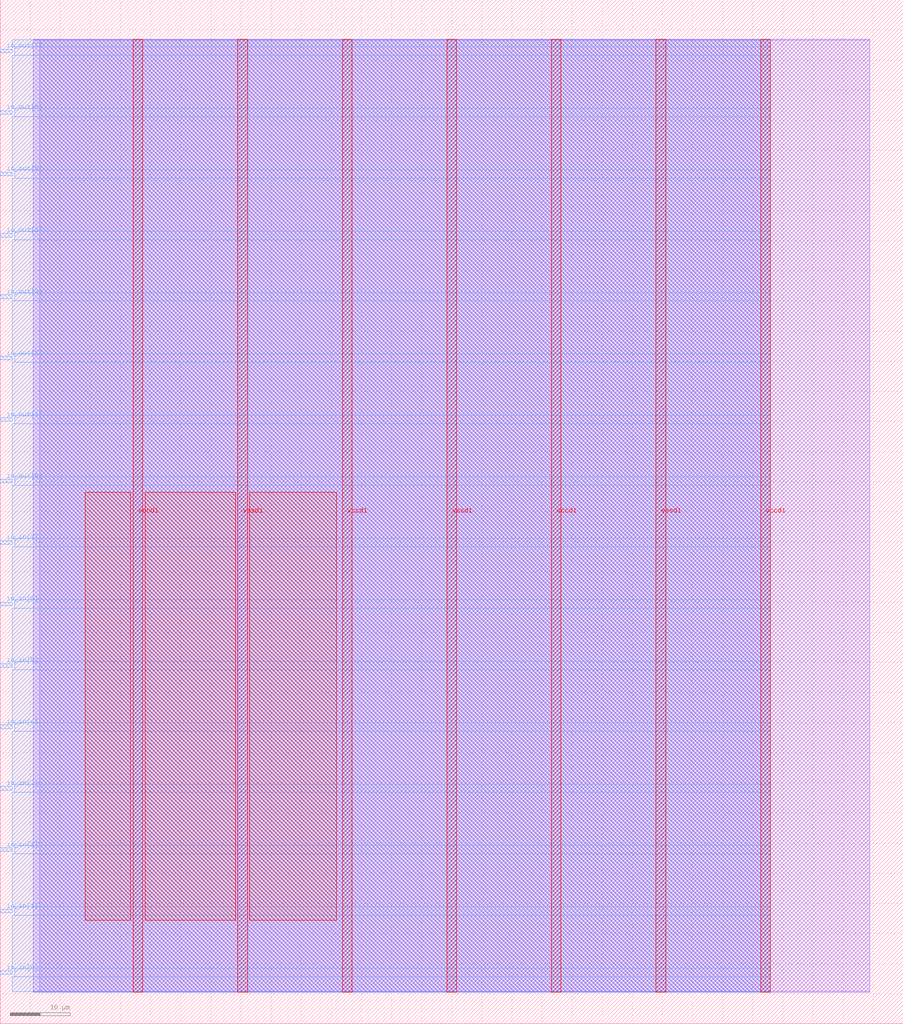
<source format=lef>
VERSION 5.7 ;
  NOWIREEXTENSIONATPIN ON ;
  DIVIDERCHAR "/" ;
  BUSBITCHARS "[]" ;
MACRO user_module_349934460979905106
  CLASS BLOCK ;
  FOREIGN user_module_349934460979905106 ;
  ORIGIN 0.000 0.000 ;
  SIZE 150.000 BY 170.000 ;
  PIN io_in[0]
    DIRECTION INPUT ;
    USE SIGNAL ;
    PORT
      LAYER met3 ;
        RECT 0.000 8.200 2.000 8.800 ;
    END
  END io_in[0]
  PIN io_in[1]
    DIRECTION INPUT ;
    USE SIGNAL ;
    PORT
      LAYER met3 ;
        RECT 0.000 18.400 2.000 19.000 ;
    END
  END io_in[1]
  PIN io_in[2]
    DIRECTION INPUT ;
    USE SIGNAL ;
    PORT
      LAYER met3 ;
        RECT 0.000 28.600 2.000 29.200 ;
    END
  END io_in[2]
  PIN io_in[3]
    DIRECTION INPUT ;
    USE SIGNAL ;
    PORT
      LAYER met3 ;
        RECT 0.000 38.800 2.000 39.400 ;
    END
  END io_in[3]
  PIN io_in[4]
    DIRECTION INPUT ;
    USE SIGNAL ;
    PORT
      LAYER met3 ;
        RECT 0.000 49.000 2.000 49.600 ;
    END
  END io_in[4]
  PIN io_in[5]
    DIRECTION INPUT ;
    USE SIGNAL ;
    PORT
      LAYER met3 ;
        RECT 0.000 59.200 2.000 59.800 ;
    END
  END io_in[5]
  PIN io_in[6]
    DIRECTION INPUT ;
    USE SIGNAL ;
    PORT
      LAYER met3 ;
        RECT 0.000 69.400 2.000 70.000 ;
    END
  END io_in[6]
  PIN io_in[7]
    DIRECTION INPUT ;
    USE SIGNAL ;
    PORT
      LAYER met3 ;
        RECT 0.000 79.600 2.000 80.200 ;
    END
  END io_in[7]
  PIN io_out[0]
    DIRECTION OUTPUT TRISTATE ;
    USE SIGNAL ;
    PORT
      LAYER met3 ;
        RECT 0.000 89.800 2.000 90.400 ;
    END
  END io_out[0]
  PIN io_out[1]
    DIRECTION OUTPUT TRISTATE ;
    USE SIGNAL ;
    PORT
      LAYER met3 ;
        RECT 0.000 100.000 2.000 100.600 ;
    END
  END io_out[1]
  PIN io_out[2]
    DIRECTION OUTPUT TRISTATE ;
    USE SIGNAL ;
    PORT
      LAYER met3 ;
        RECT 0.000 110.200 2.000 110.800 ;
    END
  END io_out[2]
  PIN io_out[3]
    DIRECTION OUTPUT TRISTATE ;
    USE SIGNAL ;
    PORT
      LAYER met3 ;
        RECT 0.000 120.400 2.000 121.000 ;
    END
  END io_out[3]
  PIN io_out[4]
    DIRECTION OUTPUT TRISTATE ;
    USE SIGNAL ;
    PORT
      LAYER met3 ;
        RECT 0.000 130.600 2.000 131.200 ;
    END
  END io_out[4]
  PIN io_out[5]
    DIRECTION OUTPUT TRISTATE ;
    USE SIGNAL ;
    PORT
      LAYER met3 ;
        RECT 0.000 140.800 2.000 141.400 ;
    END
  END io_out[5]
  PIN io_out[6]
    DIRECTION OUTPUT TRISTATE ;
    USE SIGNAL ;
    PORT
      LAYER met3 ;
        RECT 0.000 151.000 2.000 151.600 ;
    END
  END io_out[6]
  PIN io_out[7]
    DIRECTION OUTPUT TRISTATE ;
    USE SIGNAL ;
    PORT
      LAYER met3 ;
        RECT 0.000 161.200 2.000 161.800 ;
    END
  END io_out[7]
  PIN vccd1
    DIRECTION INOUT ;
    USE POWER ;
    PORT
      LAYER met4 ;
        RECT 22.090 5.200 23.690 163.440 ;
    END
    PORT
      LAYER met4 ;
        RECT 56.830 5.200 58.430 163.440 ;
    END
    PORT
      LAYER met4 ;
        RECT 91.570 5.200 93.170 163.440 ;
    END
    PORT
      LAYER met4 ;
        RECT 126.310 5.200 127.910 163.440 ;
    END
  END vccd1
  PIN vssd1
    DIRECTION INOUT ;
    USE GROUND ;
    PORT
      LAYER met4 ;
        RECT 39.460 5.200 41.060 163.440 ;
    END
    PORT
      LAYER met4 ;
        RECT 74.200 5.200 75.800 163.440 ;
    END
    PORT
      LAYER met4 ;
        RECT 108.940 5.200 110.540 163.440 ;
    END
  END vssd1
  OBS
      LAYER li1 ;
        RECT 5.520 5.355 144.440 163.285 ;
      LAYER met1 ;
        RECT 5.520 5.200 144.440 163.440 ;
      LAYER met2 ;
        RECT 6.540 5.255 127.880 163.385 ;
      LAYER met3 ;
        RECT 2.000 162.200 127.900 163.365 ;
        RECT 2.400 160.800 127.900 162.200 ;
        RECT 2.000 152.000 127.900 160.800 ;
        RECT 2.400 150.600 127.900 152.000 ;
        RECT 2.000 141.800 127.900 150.600 ;
        RECT 2.400 140.400 127.900 141.800 ;
        RECT 2.000 131.600 127.900 140.400 ;
        RECT 2.400 130.200 127.900 131.600 ;
        RECT 2.000 121.400 127.900 130.200 ;
        RECT 2.400 120.000 127.900 121.400 ;
        RECT 2.000 111.200 127.900 120.000 ;
        RECT 2.400 109.800 127.900 111.200 ;
        RECT 2.000 101.000 127.900 109.800 ;
        RECT 2.400 99.600 127.900 101.000 ;
        RECT 2.000 90.800 127.900 99.600 ;
        RECT 2.400 89.400 127.900 90.800 ;
        RECT 2.000 80.600 127.900 89.400 ;
        RECT 2.400 79.200 127.900 80.600 ;
        RECT 2.000 70.400 127.900 79.200 ;
        RECT 2.400 69.000 127.900 70.400 ;
        RECT 2.000 60.200 127.900 69.000 ;
        RECT 2.400 58.800 127.900 60.200 ;
        RECT 2.000 50.000 127.900 58.800 ;
        RECT 2.400 48.600 127.900 50.000 ;
        RECT 2.000 39.800 127.900 48.600 ;
        RECT 2.400 38.400 127.900 39.800 ;
        RECT 2.000 29.600 127.900 38.400 ;
        RECT 2.400 28.200 127.900 29.600 ;
        RECT 2.000 19.400 127.900 28.200 ;
        RECT 2.400 18.000 127.900 19.400 ;
        RECT 2.000 9.200 127.900 18.000 ;
        RECT 2.400 7.800 127.900 9.200 ;
        RECT 2.000 5.275 127.900 7.800 ;
      LAYER met4 ;
        RECT 14.095 17.175 21.690 88.225 ;
        RECT 24.090 17.175 39.060 88.225 ;
        RECT 41.460 17.175 55.825 88.225 ;
  END
END user_module_349934460979905106
END LIBRARY


</source>
